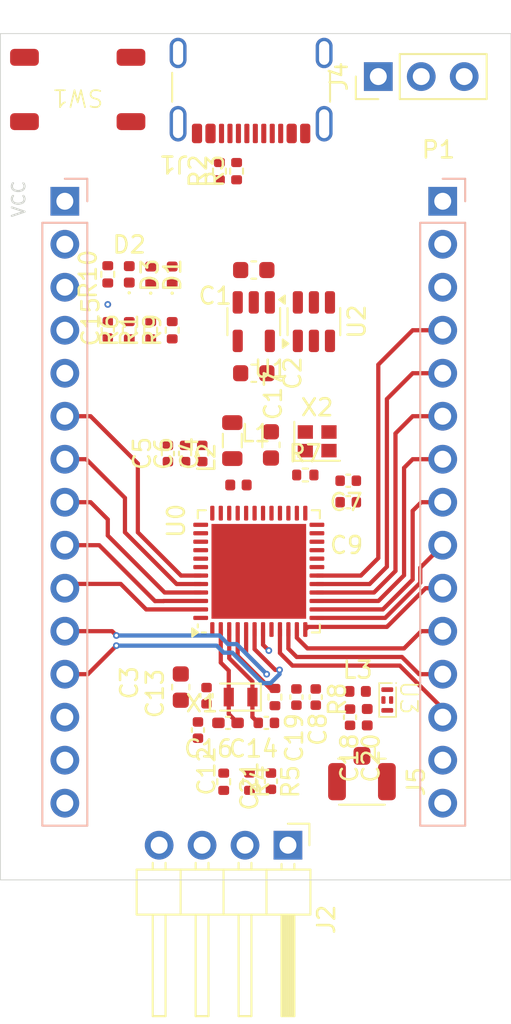
<source format=kicad_pcb>
(kicad_pcb (version 20240108) (generator "pcbnew") (generator_version "8.0")
  (layers (0 "F.Cu" signal) (1 "In1.Cu" signal) (2 "In2.Cu" signal) (31 "B.Cu" signal) (34 "B.Paste" user) (35 "F.Paste" user) (36 "B.SilkS" user "B.Silkscreen") (37 "F.SilkS" user "F.Silkscreen") (38 "B.Mask" user) (39 "F.Mask" user) (44 "Edge.Cuts" user))
  (net 0 "")
  (net 1 "GND")
  (net 2 "+5V")
  (net 3 "+3V3")
  (net 4 "/LOW_OSC_OUT")
  (net 5 "/SWD_RESET")
  (net 6 "/LOW_OSC_IN")
  (net 7 "/VLXSMOS_FEEDBACK")
  (net 8 "/RF")
  (net 9 "/SWD_BOOT")
  (net 10 "/RF_D_MATCH")
  (net 11 "Net-(D1-K)")
  (net 12 "Net-(D2-K)")
  (net 13 "/RF_antena")
  (net 14 "Net-(J1-CC2)")
  (net 15 "Net-(J1-D--PadA7)")
  (net 17 "Net-(J1-D+-PadA6)")
  (net 19 "Net-(J1-CC1)")
  (net 20 "/VLXSMPS_INDUCTOR")
  (net 21 "/VLXSMPS")
  (net 22 "/A2")
  (net 23 "/A3")
  (net 24 "/OSC_OUT")
  (net 25 "Net-(U0-OSC_OUT)")
  (net 26 "/B3")
  (net 28 "/B8")
  (net 30 "/B2")
  (net 32 "/B6")
  (net 33 "/B7")
  (net 34 "/B5")
  (net 35 "/B9")
  (net 36 "/A15")
  (net 37 "/B4")
  (net 38 "/B1")
  (net 39 "/USB_D-")
  (net 40 "/B0")
  (net 41 "/A14")
  (net 42 "/A1")
  (net 43 "/A0")
  (net 44 "/A13")
  (net 45 "/A9")
  (net 46 "/A10")
  (net 47 "/USB_D+")
  (net 48 "/OSC_IN")
  (net 49 "/A7")
  (net 50 "/A6")
  (net 51 "/A5")
  (net 52 "/A4")
  (net 53 "/A8")
  (net 55 "Net-(D3-A)")
  (footprint "LED_SMD:LED_0402_1005Metric" (layer "F.Cu") (at 150.114 76.477 90)
    (property "Reference" "D3" (at -0.025 -1.32 90) (layer "F.SilkS"))
    (property "Value" "LED")
    (pad "1" smd roundrect (at -0.485 0 90) (size 0.59 0.64) (layers "F.Cu" "F.Paste" "F.Mask") (net 1 "GND"))
    (pad "2" smd roundrect (at 0.485 0 90) (size 0.59 0.64) (layers "F.Cu" "F.Paste" "F.Mask") (net 55 "Net-(D3-A)"))
  )
  (footprint "Capacitor_SMD:C_0402_1005Metric" (layer "F.Cu") (at 151.892 87.038 90)
    (property "Reference" "C6" (at 0 -2.286 90) (layer "F.SilkS"))
    (property "Value" "100n")
    (pad "1" smd roundrect (at -0.48 0 90) (size 0.56 0.62) (layers "F.Cu" "F.Paste" "F.Mask") (net 3 "+3V3"))
    (pad "2" smd roundrect (at 0.48 0 90) (size 0.56 0.62) (layers "F.Cu" "F.Paste" "F.Mask") (net 1 "GND"))
  )
  (footprint "Resistor_SMD:R_0402_1005Metric" (layer "F.Cu") (at 146.304 76.454 90)
    (property "Reference" "R10" (at 0 -1.17 90) (layer "F.SilkS"))
    (property "Value" "5kR1")
    (pad "1" smd roundrect (at -0.51 0 90) (size 0.54 0.64) (layers "F.Cu" "F.Paste" "F.Mask") (net 5 "/SWD_RESET"))
    (pad "2" smd roundrect (at 0.51 0 90) (size 0.54 0.64) (layers "F.Cu" "F.Paste" "F.Mask") (net 3 "+3V3"))
  )
  (footprint "Inductor_SMD:L_0402_1005Metric" (layer "F.Cu") (at 161.65 102.617 -90)
    (property "Reference" "C20" (at 2.413 -0.22 90) (layer "F.SilkS"))
    (property "Value" "0p3")
    (pad "1" smd roundrect (at -0.485 0 270) (size 0.59 0.64) (layers "F.Cu" "F.Paste" "F.Mask") (net 10 "/RF_D_MATCH"))
    (pad "2" smd roundrect (at 0.485 0 270) (size 0.59 0.64) (layers "F.Cu" "F.Paste" "F.Mask") (net 1 "GND"))
  )
  (footprint "LED_SMD:LED_0402_1005Metric" (layer "F.Cu") (at 147.574 76.454 90)
    (property "Reference" "D2" (at 1.753 0 360) (layer "F.SilkS"))
    (property "Value" "LED")
    (pad "1" smd roundrect (at -0.485 0 90) (size 0.59 0.64) (layers "F.Cu" "F.Paste" "F.Mask") (net 12 "Net-(D2-K)"))
    (pad "2" smd roundrect (at 0.485 0 90) (size 0.59 0.64) (layers "F.Cu" "F.Paste" "F.Mask") (net 3 "+3V3"))
  )
  (footprint "Capacitor_SMD:C_0402_1005Metric" (layer "F.Cu") (at 155.956 106.398 -90)
    (property "Reference" "C21" (at 0.282 1.27 90) (layer "F.SilkS"))
    (property "Value" "100n")
    (pad "1" smd roundrect (at -0.48 0 270) (size 0.56 0.62) (layers "F.Cu" "F.Paste" "F.Mask") (net 3 "+3V3"))
    (pad "2" smd roundrect (at 0.48 0 270) (size 0.56 0.62) (layers "F.Cu" "F.Paste" "F.Mask") (net 1 "GND"))
  )
  (footprint "Package_TO_SOT_SMD:SOT-23-5" (layer "F.Cu") (at 154.94 79.248 -90)
    (property "Reference" "U1" (at 2.794 -1.016 360) (layer "F.SilkS"))
    (property "Value" "MIC5365-3.3YD5")
    (pad "1" smd roundrect (at -1.1375 -0.95 270) (size 1.325 0.6) (layers "F.Cu" "F.Paste" "F.Mask") (net 2 "+5V"))
    (pad "2" smd roundrect (at -1.1375 0 270) (size 1.325 0.6) (layers "F.Cu" "F.Paste" "F.Mask") (net 1 "GND"))
    (pad "3" smd roundrect (at -1.1375 0.95 270) (size 1.325 0.6) (layers "F.Cu" "F.Paste" "F.Mask") (net 2 "+5V"))
    (pad "4" smd roundrect (at 1.1375 0.95 270) (size 1.325 0.6) (layers "F.Cu" "F.Paste" "F.Mask"))
    (pad "5" smd roundrect (at 1.1375 -0.95 270) (size 1.325 0.6) (layers "F.Cu" "F.Paste" "F.Mask") (net 3 "+3V3"))
  )
  (footprint "Package_TO_SOT_SMD:SOT-23-6" (layer "F.Cu") (at 158.496 79.248 90)
    (property "Reference" "U2" (at 0 2.54 90) (layer "F.SilkS"))
    (property "Value" "USBLC6-2SC6")
    (pad "1" smd roundrect (at -1.1375 -0.95 90) (size 1.325 0.6) (layers "F.Cu" "F.Paste" "F.Mask") (net 15 "Net-(J1-D--PadA7)"))
    (pad "2" smd roundrect (at -1.1375 0 90) (size 1.325 0.6) (layers "F.Cu" "F.Paste" "F.Mask") (net 1 "GND"))
    (pad "3" smd roundrect (at -1.1375 0.95 90) (size 1.325 0.6) (layers "F.Cu" "F.Paste" "F.Mask") (net 17 "Net-(J1-D+-PadA6)"))
    (pad "4" smd roundrect (at 1.1375 0.95 90) (size 1.325 0.6) (layers "F.Cu" "F.Paste" "F.Mask") (net 47 "/USB_D+"))
    (pad "5" smd roundrect (at 1.1375 0 90) (size 1.325 0.6) (layers "F.Cu" "F.Paste" "F.Mask") (net 2 "+5V"))
    (pad "6" smd roundrect (at 1.1375 -0.95 90) (size 1.325 0.6) (layers "F.Cu" "F.Paste" "F.Mask") (net 39 "/USB_D-"))
  )
  (footprint "Resistor_SMD:R_0402_1005Metric" (layer "F.Cu") (at 150.114 79.756 90)
    (property "Reference" "R9" (at 0 -1.17 90) (layer "F.SilkS"))
    (property "Value" "330")
    (pad "1" smd roundrect (at -0.51 0 90) (size 0.54 0.64) (layers "F.Cu" "F.Paste" "F.Mask") (net 9 "/SWD_BOOT"))
    (pad "2" smd roundrect (at 0.51 0 90) (size 0.54 0.64) (layers "F.Cu" "F.Paste" "F.Mask") (net 55 "Net-(D3-A)"))
  )
  (footprint "Capacitor_SMD:C_0603_1608Metric" (layer "F.Cu") (at 155.956 86.53 -90)
    (property "Reference" "C17" (at -2.921 -0.127 90) (layer "F.SilkS"))
    (property "Value" "4u7")
    (pad "1" smd roundrect (at -0.775 0 270) (size 0.9 0.95) (layers "F.Cu" "F.Paste" "F.Mask") (net 7 "/VLXSMOS_FEEDBACK"))
    (pad "2" smd roundrect (at 0.775 0 270) (size 0.9 0.95) (layers "F.Cu" "F.Paste" "F.Mask") (net 1 "GND"))
  )
  (footprint "Resistor_SMD:R_0402_1005Metric" (layer "F.Cu") (at 153.924 70.358 -90)
    (property "Reference" "R3" (at 0 1.27 90) (layer "F.SilkS"))
    (property "Value" "5KR1")
    (pad "1" smd roundrect (at -0.51 0 270) (size 0.54 0.64) (layers "F.Cu" "F.Paste" "F.Mask") (net 19 "Net-(J1-CC1)"))
    (pad "2" smd roundrect (at 0.51 0 270) (size 0.54 0.64) (layers "F.Cu" "F.Paste" "F.Mask") (net 1 "GND"))
  )
  (footprint "Capacitor_SMD:C_0402_1005Metric" (layer "F.Cu") (at 146.304 79.733 -90)
    (property "Reference" "C15" (at -0.48 1.016 90) (layer "F.SilkS"))
    (property "Value" "100n")
    (pad "1" smd roundrect (at -0.48 0 270) (size 0.56 0.62) (layers "F.Cu" "F.Paste" "F.Mask") (net 5 "/SWD_RESET"))
    (pad "2" smd roundrect (at 0.48 0 270) (size 0.56 0.62) (layers "F.Cu" "F.Paste" "F.Mask") (net 1 "GND"))
  )
  (footprint "Resistor_SMD:R_0402_1005Metric" (layer "F.Cu") (at 154.686 106.426 -90)
    (property "Reference" "R5" (at 0 -2.423 90) (layer "F.SilkS"))
    (property "Value" "330")
    (pad "1" smd roundrect (at -0.51 0 270) (size 0.54 0.64) (layers "F.Cu" "F.Paste" "F.Mask") (net 23 "/A3"))
    (pad "2" smd roundrect (at 0.51 0 270) (size 0.54 0.64) (layers "F.Cu" "F.Paste" "F.Mask") (net 23 "/A3"))
  )
  (footprint "Capacitor_SMD:C_0402_1005Metric" (layer "F.Cu") (at 155.684 102.952)
    (property "Reference" "C14" (at -0.762 1.524 0) (layer "F.SilkS"))
    (property "Value" "10p")
    (pad "1" smd roundrect (at -0.48 0) (size 0.56 0.62) (layers "F.Cu" "F.Paste" "F.Mask") (net 4 "/LOW_OSC_OUT"))
    (pad "2" smd roundrect (at 0.48 0) (size 0.56 0.62) (layers "F.Cu" "F.Paste" "F.Mask") (net 1 "GND"))
  )
  (footprint "Capacitor_SMD:C_0402_1005Metric" (layer "F.Cu") (at 150.876 87.038 90)
    (property "Reference" "C5" (at 0 -2.54 90) (layer "F.SilkS"))
    (property "Value" "100n")
    (pad "1" smd roundrect (at -0.48 0 90) (size 0.56 0.62) (layers "F.Cu" "F.Paste" "F.Mask") (net 3 "+3V3"))
    (pad "2" smd roundrect (at 0.48 0 90) (size 0.56 0.62) (layers "F.Cu" "F.Paste" "F.Mask") (net 1 "GND"))
  )
  (footprint "Inductor_SMD:L_0805_2012Metric" (layer "F.Cu") (at 153.67 86.276 90)
    (property "Reference" "L2" (at -1.016 -1.524 90) (layer "F.SilkS"))
    (property "Value" "10u")
    (pad "1" smd roundrect (at -1.0625 0 90) (size 0.875 1.2) (layers "F.Cu" "F.Paste" "F.Mask") (net 20 "/VLXSMPS_INDUCTOR"))
    (pad "2" smd roundrect (at 1.0625 0 90) (size 0.875 1.2) (layers "F.Cu" "F.Paste" "F.Mask") (net 7 "/VLXSMOS_FEEDBACK"))
  )
  (footprint "Resistor_SMD:R_0402_1005Metric" (layer "F.Cu") (at 148.844 79.756 -90)
    (property "Reference" "R1" (at 0 1.27 90) (layer "F.SilkS"))
    (property "Value" "330")
    (pad "1" smd roundrect (at -0.51 0 270) (size 0.54 0.64) (layers "F.Cu" "F.Paste" "F.Mask") (net 11 "Net-(D1-K)"))
    (pad "2" smd roundrect (at 0.51 0 270) (size 0.54 0.64) (layers "F.Cu" "F.Paste" "F.Mask") (net 1 "GND"))
  )
  (footprint "Capacitor_SMD:C_0603_1608Metric" (layer "F.Cu") (at 154.94 82.296 180)
    (property "Reference" "C2" (at -2.299 0 90) (layer "F.SilkS"))
    (property "Value" "4u7")
    (pad "1" smd roundrect (at -0.775 0 180) (size 0.9 0.95) (layers "F.Cu" "F.Paste" "F.Mask") (net 3 "+3V3"))
    (pad "2" smd roundrect (at 0.775 0 180) (size 0.9 0.95) (layers "F.Cu" "F.Paste" "F.Mask") (net 1 "GND"))
  )
  (footprint "Capacitor_SMD:C_0402_1005Metric" (layer "F.Cu") (at 149.86 87.038 90)
    (property "Reference" "C4" (at 0 1.27 90) (layer "F.SilkS"))
    (property "Value" "100n")
    (pad "1" smd roundrect (at -0.48 0 90) (size 0.56 0.62) (layers "F.Cu" "F.Paste" "F.Mask") (net 3 "+3V3"))
    (pad "2" smd roundrect (at 0.48 0 90) (size 0.56 0.62) (layers "F.Cu" "F.Paste" "F.Mask") (net 1 "GND"))
  )
  (footprint "Capacitor_SMD:C_0402_1005Metric" (layer "F.Cu") (at 158.605 101.428 -90)
    (property "Reference" "C8" (at 1.905 -0.127 90) (layer "F.SilkS"))
    (property "Value" "100n")
    (pad "1" smd roundrect (at -0.48 0 270) (size 0.56 0.62) (layers "F.Cu" "F.Paste" "F.Mask") (net 3 "+3V3"))
    (pad "2" smd roundrect (at 0.48 0 270) (size 0.56 0.62) (layers "F.Cu" "F.Paste" "F.Mask") (net 1 "GND"))
  )
  (footprint "Resistor_SMD:R_0402_1005Metric" (layer "F.Cu") (at 147.574 79.756 90)
    (property "Reference" "R6" (at 0 -1.17 90) (layer "F.SilkS"))
    (property "Value" "330")
    (pad "1" smd roundrect (at -0.51 0 90) (size 0.54 0.64) (layers "F.Cu" "F.Paste" "F.Mask") (net 12 "Net-(D2-K)"))
    (pad "2" smd roundrect (at 0.51 0 90) (size 0.54 0.64) (layers "F.Cu" "F.Paste" "F.Mask") (net 5 "/SWD_RESET"))
  )
  (footprint "Capacitor_SMD:C_0603_1608Metric" (layer "F.Cu") (at 150.622 100.838 -90)
    (property "Reference" "C3" (at -0.254 3.048 90) (layer "F.SilkS"))
    (property "Value" "4u7")
    (pad "1" smd roundrect (at -0.775 0 270) (size 0.9 0.95) (layers "F.Cu" "F.Paste" "F.Mask") (net 3 "+3V3"))
    (pad "2" smd roundrect (at 0.775 0 270) (size 0.9 0.95) (layers "F.Cu" "F.Paste" "F.Mask") (net 1 "GND"))
  )
  (footprint "Package_DFN_QFN:QFN-48-1EP_7x7mm_P0.5mm_EP5.6x5.6mm" (layer "F.Cu") (at 155.238 94 90)
    (property "Reference" "U0" (at 2.986 -4.888 90) (layer "F.SilkS"))
    (property "Value" "STM32WB55CEUx")
    (pad "1" smd roundrect (at -3.4375 -2.75 90) (size 0.875 0.25) (layers "F.Cu" "F.Paste" "F.Mask") (net 3 "+3V3"))
    (pad "2" smd roundrect (at -3.4375 -2.25 90) (size 0.875 0.25) (layers "F.Cu" "F.Paste" "F.Mask") (net 6 "/LOW_OSC_IN"))
    (pad "3" smd roundrect (at -3.4375 -1.75 90) (size 0.875 0.25) (layers "F.Cu" "F.Paste" "F.Mask") (net 4 "/LOW_OSC_OUT"))
    (pad "4" smd roundrect (at -3.4375 -1.25 90) (size 0.875 0.25) (layers "F.Cu" "F.Paste" "F.Mask") (net 9 "/SWD_BOOT"))
    (pad "5" smd roundrect (at -3.4375 -0.75 90) (size 0.875 0.25) (layers "F.Cu" "F.Paste" "F.Mask") (net 28 "/B8"))
    (pad "6" smd roundrect (at -3.4375 -0.25 90) (size 0.875 0.25) (layers "F.Cu" "F.Paste" "F.Mask") (net 35 "/B9"))
    (pad "7" smd roundrect (at -3.4375 0.25 90) (size 0.875 0.25) (layers "F.Cu" "F.Paste" "F.Mask") (net 5 "/SWD_RESET"))
    (pad "8" smd roundrect (at -3.4375 0.75 90) (size 0.875 0.25) (layers "F.Cu" "F.Paste" "F.Mask") (net 3 "+3V3"))
    (pad "9" smd roundrect (at -3.4375 1.25 90) (size 0.875 0.25) (layers "F.Cu" "F.Paste" "F.Mask") (net 43 "/A0"))
    (pad "10" smd roundrect (at -3.4375 1.75 90) (size 0.875 0.25) (layers "F.Cu" "F.Paste" "F.Mask") (net 42 "/A1"))
    (pad "11" smd roundrect (at -3.4375 2.25 90) (size 0.875 0.25) (layers "F.Cu" "F.Paste" "F.Mask") (net 22 "/A2"))
    (pad "12" smd roundrect (at -3.4375 2.75 90) (size 0.875 0.25) (layers "F.Cu" "F.Paste" "F.Mask") (net 23 "/A3"))
    (pad "13" smd roundrect (at -2.75 3.4375 90) (size 0.25 0.875) (layers "F.Cu" "F.Paste" "F.Mask") (net 52 "/A4"))
    (pad "14" smd roundrect (at -2.25 3.4375 90) (size 0.25 0.875) (layers "F.Cu" "F.Paste" "F.Mask") (net 51 "/A5"))
    (pad "15" smd roundrect (at -1.75 3.4375 90) (size 0.25 0.875) (layers "F.Cu" "F.Paste" "F.Mask") (net 50 "/A6"))
    (pad "16" smd roundrect (at -1.25 3.4375 90) (size 0.25 0.875) (layers "F.Cu" "F.Paste" "F.Mask") (net 49 "/A7"))
    (pad "17" smd roundrect (at -0.75 3.4375 90) (size 0.25 0.875) (layers "F.Cu" "F.Paste" "F.Mask") (net 53 "/A8"))
    (pad "18" smd roundrect (at -0.25 3.4375 90) (size 0.25 0.875) (layers "F.Cu" "F.Paste" "F.Mask") (net 45 "/A9"))
    (pad "19" smd roundrect (at 0.25 3.4375 90) (size 0.25 0.875) (layers "F.Cu" "F.Paste" "F.Mask") (net 30 "/B2"))
    (pad "20" smd roundrect (at 0.75 3.4375 90) (size 0.25 0.875) (layers "F.Cu" "F.Paste" "F.Mask") (net 3 "+3V3"))
    (pad "21" smd roundrect (at 1.25 3.4375 90) (size 0.25 0.875) (layers "F.Cu" "F.Paste" "F.Mask") (net 8 "/RF"))
    (pad "22" smd roundrect (at 1.75 3.4375 90) (size 0.25 0.875) (layers "F.Cu" "F.Paste" "F.Mask") (net 1 "GND"))
    (pad "23" smd roundrect (at 2.25 3.4375 90) (size 0.25 0.875) (layers "F.Cu" "F.Paste" "F.Mask") (net 3 "+3V3"))
    (pad "24" smd roundrect (at 2.75 3.4375 90) (size 0.25 0.875) (layers "F.Cu" "F.Paste" "F.Mask") (net 25 "Net-(U0-OSC_OUT)"))
    (pad "25" smd roundrect (at 3.4375 2.75 90) (size 0.875 0.25) (layers "F.Cu" "F.Paste" "F.Mask") (net 48 "/OSC_IN"))
    (pad "26" smd roundrect (at 3.4375 2.25 90) (size 0.875 0.25) (layers "F.Cu" "F.Paste" "F.Mask"))
    (pad "27" smd roundrect (at 3.4375 1.75 90) (size 0.875 0.25) (layers "F.Cu" "F.Paste" "F.Mask"))
    (pad "28" smd roundrect (at 3.4375 1.25 90) (size 0.875 0.25) (layers "F.Cu" "F.Paste" "F.Mask") (net 40 "/B0"))
    (pad "29" smd roundrect (at 3.4375 0.75 90) (size 0.875 0.25) (layers "F.Cu" "F.Paste" "F.Mask") (net 38 "/B1"))
    (pad "30" smd roundrect (at 3.4375 0.25 90) (size 0.875 0.25) (layers "F.Cu" "F.Paste" "F.Mask"))
    (pad "31" smd roundrect (at 3.4375 -0.25 90) (size 0.875 0.25) (layers "F.Cu" "F.Paste" "F.Mask") (net 7 "/VLXSMOS_FEEDBACK"))
    (pad "32" smd roundrect (at 3.4375 -0.75 90) (size 0.875 0.25) (layers "F.Cu" "F.Paste" "F.Mask") (net 1 "GND"))
    (pad "33" smd roundrect (at 3.4375 -1.25 90) (size 0.875 0.25) (layers "F.Cu" "F.Paste" "F.Mask") (net 21 "/VLXSMPS"))
    (pad "34" smd roundrect (at 3.4375 -1.75 90) (size 0.875 0.25) (layers "F.Cu" "F.Paste" "F.Mask") (net 3 "+3V3"))
    (pad "35" smd roundrect (at 3.4375 -2.25 90) (size 0.875 0.25) (layers "F.Cu" "F.Paste" "F.Mask") (net 3 "+3V3"))
    (pad "36" smd roundrect (at 3.4375 -2.75 90) (size 0.875 0.25) (layers "F.Cu" "F.Paste" "F.Mask") (net 46 "/A10"))
    (pad "37" smd roundrect (at 2.75 -3.4375 90) (size 0.25 0.875) (layers "F.Cu" "F.Paste" "F.Mask") (net 39 "/USB_D-"))
    (pad "38" smd roundrect (at 2.25 -3.4375 90) (size 0.25 0.875) (layers "F.Cu" "F.Paste" "F.Mask") (net 47 "/USB_D+"))
    (pad "39" smd roundrect (at 1.75 -3.4375 90) (size 0.25 0.875) (layers "F.Cu" "F.Paste" "F.Mask") (net 44 "/A13"))
    (pad "40" smd roundrect (at 1.25 -3.4375 90) (size 0.25 0.875) (layers "F.Cu" "F.Paste" "F.Mask") (net 3 "+3V3"))
    (pad "41" smd roundrect (at 0.75 -3.4375 90) (size 0.25 0.875) (layers "F.Cu" "F.Paste" "F.Mask") (net 41 "/A14"))
    (pad "42" smd roundrect (at 0.25 -3.4375 90) (size 0.25 0.875) (layers "F.Cu" "F.Paste" "F.Mask") (net 36 "/A15"))
    (pad "43" smd roundrect (at -0.25 -3.4375 90) (size 0.25 0.875) (layers "F.Cu" "F.Paste" "F.Mask") (net 26 "/B3"))
    (pad "44" smd roundrect (at -0.75 -3.4375 90) (size 0.25 0.875) (layers "F.Cu" "F.Paste" "F.Mask") (net 37 "/B4"))
    (pad "45" smd roundrect (at -1.25 -3.4375 90) (size 0.25 0.875) (layers "F.Cu" "F.Paste" "F.Mask") (net 34 "/B5"))
    (pad "46" smd roundrect (at -1.75 -3.4375 90) (size 0.25 0.875) (layers "F.Cu" "F.Paste" "F.Mask") (net 32 "/B6"))
    (pad "47" smd roundrect (at -2.25 -3.4375 90) (size 0.25 0.875) (layers "F.Cu" "F.Paste" "F.Mask") (net 33 "/B7"))
    (pad "48" smd roundrect (at -2.75 -3.4375 90) (size 0.25 0.875) (layers "F.Cu" "F.Paste" "F.Mask") (net 3 "+3V3"))
    (pad "49" smd rect (at 0 0 90) (size 5.6 5.6) (property pad_prop_heatsink) (layers "F.Cu" "F.Mask") (net 1 "GND"))
  )
  (footprint "Capacitor_SMD:C_0402_1005Metric" (layer "F.Cu") (at 160.528 88.646)
    (property "Reference" "C7" (at -0.127 1.27 0) (layer "F.SilkS"))
    (property "Value" "100n")
    (pad "1" smd roundrect (at -0.48 0) (size 0.56 0.62) (layers "F.Cu" "F.Paste" "F.Mask") (net 3 "+3V3"))
    (pad "2" smd roundrect (at 0.48 0) (size 0.56 0.62) (layers "F.Cu" "F.Paste" "F.Mask") (net 1 "GND"))
  )
  (footprint "Capacitor_SMD:C_0402_1005Metric" (layer "F.Cu") (at 151.638 103.378 -90)
    (property "Reference" "C12" (at 2.413 -0.508 90) (layer "F.SilkS"))
    (property "Value" "100n")
    (pad "1" smd roundrect (at -0.48 0 270) (size 0.56 0.62) (layers "F.Cu" "F.Paste" "F.Mask") (net 3 "+3V3"))
    (pad "2" smd roundrect (at 0.48 0 270) (size 0.56 0.62) (layers "F.Cu" "F.Paste" "F.Mask") (net 1 "GND"))
  )
  (footprint "Resistor_SMD:R_0402_1005Metric" (layer "F.Cu") (at 157.988 88.308 180)
    (property "Reference" "R7" (at 0 1.27 360) (layer "F.SilkS"))
    (property "Value" "330")
    (pad "1" smd roundrect (at -0.51 0 180) (size 0.54 0.64) (layers "F.Cu" "F.Paste" "F.Mask") (net 25 "Net-(U0-OSC_OUT)"))
    (pad "2" smd roundrect (at 0.51 0 180) (size 0.54 0.64) (layers "F.Cu" "F.Paste" "F.Mask") (net 24 "/OSC_OUT"))
  )
  (footprint "Capacitor_SMD:C_0402_1005Metric" (layer "F.Cu") (at 160.528 89.916)
    (property "Reference" "C9" (at -0.099 2.54 0) (layer "F.SilkS"))
    (property "Value" "100n")
    (pad "1" smd roundrect (at -0.48 0) (size 0.56 0.62) (layers "F.Cu" "F.Paste" "F.Mask") (net 3 "+3V3"))
    (pad "2" smd roundrect (at 0.48 0) (size 0.56 0.62) (layers "F.Cu" "F.Paste" "F.Mask") (net 1 "GND"))
  )
  (footprint "Capacitor_SMD:C_0402_1005Metric" (layer "F.Cu") (at 160.634 102.617 -90)
    (property "Reference" "C18" (at 2.413 0.034 90) (layer "F.SilkS"))
    (property "Value" "0p8")
    (pad "1" smd roundrect (at -0.48 0 270) (size 0.56 0.62) (layers "F.Cu" "F.Paste" "F.Mask") (net 8 "/RF"))
    (pad "2" smd roundrect (at 0.48 0 270) (size 0.56 0.62) (layers "F.Cu" "F.Paste" "F.Mask") (net 1 "GND"))
  )
  (footprint "Capacitor_SMD:C_0603_1608Metric" (layer "F.Cu") (at 154.94 76.2 180)
    (property "Reference" "C1" (at 2.286 -1.524 360) (layer "F.SilkS"))
    (property "Value" "4u7")
    (pad "1" smd roundrect (at -0.775 0 180) (size 0.9 0.95) (layers "F.Cu" "F.Paste" "F.Mask") (net 2 "+5V"))
    (pad "2" smd roundrect (at 0.775 0 180) (size 0.9 0.95) (layers "F.Cu" "F.Paste" "F.Mask") (net 1 "GND"))
  )
  (footprint "Connector_Coaxial:U.FL_Hirose_U.FL-R-SMT-1_Vertical" (layer "F.Cu") (at 161.339 105.951 -90)
    (property "Reference" "J5" (at 0.475 -3.2 90) (layer "F.SilkS"))
    (property "Value" "Conn_Coaxial")
    (pad "1" smd roundrect (at -1.05 0 270) (size 1.05 1) (layers "F.Cu" "F.Paste" "F.Mask") (net 13 "/RF_antena"))
    (pad "2" smd roundrect (at 0.475 -1.475 270) (size 2.2 1.05) (layers "F.Cu" "F.Paste" "F.Mask") (roundrect_rratio 0.2380952381) (net 1 "GND"))
    (pad "2" smd roundrect (at 0.475 1.475 270) (size 2.2 1.05) (layers "F.Cu" "F.Paste" "F.Mask") (roundrect_rratio 0.2380952381) (net 1 "GND"))
  )
  (footprint "Inductor_SMD:L_0402_1005Metric" (layer "F.Cu") (at 154.033 88.898)
    (property "Reference" "L1" (at 1.016 -3.048 180) (layer "F.SilkS"))
    (property "Value" "10n")
    (pad "1" smd roundrect (at -0.485 0) (size 0.59 0.64) (layers "F.Cu" "F.Paste" "F.Mask") (net 21 "/VLXSMPS"))
    (pad "2" smd roundrect (at 0.485 0) (size 0.59 0.64) (layers "F.Cu" "F.Paste" "F.Mask") (net 20 "/VLXSMPS_INDUCTOR"))
  )
  (footprint "Inductor_SMD:L_0402_1005Metric" (layer "F.Cu") (at 161.085 101.093)
    (property "Reference" "L3" (at 0 -1.27 0) (layer "F.SilkS"))
    (property "Value" "2n7")
    (pad "1" smd roundrect (at -0.485 0) (size 0.59 0.64) (layers "F.Cu" "F.Paste" "F.Mask") (net 8 "/RF"))
    (pad "2" smd roundrect (at 0.485 0) (size 0.59 0.64) (layers "F.Cu" "F.Paste" "F.Mask") (net 10 "/RF_D_MATCH"))
  )
  (footprint "LED_SMD:LED_0402_1005Metric" (layer "F.Cu") (at 148.844 76.477 90)
    (property "Reference" "D1" (at -0.025 1.284 90) (layer "F.SilkS"))
    (property "Value" "LED")
    (pad "1" smd roundrect (at -0.485 0 90) (size 0.59 0.64) (layers "F.Cu" "F.Paste" "F.Mask") (net 11 "Net-(D1-K)"))
    (pad "2" smd roundrect (at 0.485 0 90) (size 0.59 0.64) (layers "F.Cu" "F.Paste" "F.Mask") (net 3 "+3V3"))
  )
  (footprint "Resistor_SMD:R_0402_1005Metric" (layer "F.Cu") (at 156.192 101.428 90)
    (property "Reference" "R8" (at -0.127 3.683 -90) (layer "F.SilkS"))
    (property "Value" "5kR1")
    (pad "1" smd roundrect (at -0.51 0 90) (size 0.54 0.64) (layers "F.Cu" "F.Paste" "F.Mask") (net 1 "GND"))
    (pad "2" smd roundrect (at 0.51 0 90) (size 0.54 0.64) (layers "F.Cu" "F.Paste" "F.Mask") (net 9 "/SWD_BOOT"))
  )
  (footprint "Resistor_SMD:R_0402_1005Metric" (layer "F.Cu") (at 152.908 70.358 -90)
    (property "Reference" "R2" (at 0 1.27 90) (layer "F.SilkS"))
    (property "Value" "5KR1")
    (pad "1" smd roundrect (at -0.51 0 270) (size 0.54 0.64) (layers "F.Cu" "F.Paste" "F.Mask") (net 14 "Net-(J1-CC2)"))
    (pad "2" smd roundrect (at 0.51 0 270) (size 0.54 0.64) (layers "F.Cu" "F.Paste" "F.Mask") (net 1 "GND"))
  )
  (footprint "Resistor_SMD:R_0402_1005Metric" (layer "F.Cu") (at 153.162 106.43 -90)
    (property "Reference" "R4" (at -0.002 -2.169 90) (layer "F.SilkS"))
    (property "Value" "330")
    (pad "1" smd roundrect (at -0.51 0 270) (size 0.54 0.64) (layers "F.Cu" "F.Paste" "F.Mask") (net 22 "/A2"))
    (pad "2" smd roundrect (at 0.51 0 270) (size 0.54 0.64) (layers "F.Cu" "F.Paste" "F.Mask") (net 22 "/A2"))
  )
  (footprint "Crystal:Crystal_SMD_2012-2Pin_2.0x1.2mm" (layer "F.Cu") (at 154.16 101.428 180)
    (property "Reference" "X1" (at 2.286 -0.381 0) (layer "F.SilkS"))
    (property "Value" "32kHz768")
    (pad "1" smd rect (at -0.7 0 180) (size 0.6 1.1) (layers "F.Cu" "F.Paste" "F.Mask") (net 4 "/LOW_OSC_OUT"))
    (pad "2" smd rect (at 0.7 0 180) (size 0.6 1.1) (layers "F.Cu" "F.Paste" "F.Mask") (net 6 "/LOW_OSC_IN"))
  )
  (footprint "Capacitor_SMD:C_0402_1005Metric" (layer "F.Cu") (at 157.462 101.428 -90)
    (property "Reference" "C19" (at 2.413 0.127 90) (layer "F.SilkS"))
    (property "Value" "100n")
    (pad "1" smd roundrect (at -0.48 0 270) (size 0.56 0.62) (layers "F.Cu" "F.Paste" "F.Mask") (net 9 "/SWD_BOOT"))
    (pad "2" smd roundrect (at 0.48 0 270) (size 0.56 0.62) (layers "F.Cu" "F.Paste" "F.Mask") (net 1 "GND"))
  )
  (footprint "MY_PCB_library:TS18-5-25-SL-260-SMT-TR" (layer "F.Cu") (at 144.526 65.532 180)
    (property "Reference" "SW1" (at 0 -0.5 180) (layer "F.SilkS") (effects (font (thickness 0.1))))
    (property "Value" "SW_MEC_5E")
    (pad "1" smd roundrect (at -3.15 -1.9 180) (size 1.7 1) (layers "F.Cu" "F.Paste" "F.Mask") (net 5 "/SWD_RESET"))
    (pad "2" smd roundrect (at 3.15 -1.9 180) (size 1.7 1) (layers "F.Cu" "F.Paste" "F.Mask") (net 5 "/SWD_RESET"))
    (pad "3" smd roundrect (at -3.15 1.9 180) (size 1.7 1) (layers "F.Cu" "F.Paste" "F.Mask") (net 1 "GND"))
    (pad "4" smd roundrect (at 3.15 1.9 180) (size 1.7 1) (layers "F.Cu" "F.Paste" "F.Mask") (net 1 "GND"))
  )
  (footprint "Crystal:Crystal_SMD_2016-4Pin_2.0x1.6mm" (layer "F.Cu") (at 158.688 86.318)
    (property "Reference" "X2" (at 0 -2 0) (layer "F.SilkS"))
    (property "Value" "32MHz")
    (pad "1" smd rect (at -0.7 0.55) (size 0.9 0.8) (layers "F.Cu" "F.Paste" "F.Mask") (net 48 "/OSC_IN"))
    (pad "2" smd rect (at 0.7 0.55) (size 0.9 0.8) (layers "F.Cu" "F.Paste" "F.Mask") (net 1 "GND"))
    (pad "3" smd rect (at 0.7 -0.55) (size 0.9 0.8) (layers "F.Cu" "F.Paste" "F.Mask") (net 24 "/OSC_OUT"))
    (pad "4" smd rect (at -0.7 -0.55) (size 0.9 0.8) (layers "F.Cu" "F.Paste" "F.Mask") (net 1 "GND"))
  )
  (footprint "Capacitor_SMD:C_0402_1005Metric" (layer "F.Cu") (at 152.146 101.346 90)
    (property "Reference" "C13" (at 0.127 -3.048 90) (layer "F.SilkS"))
    (property "Value" "100n")
    (pad "1" smd roundrect (at -0.48 0 90) (size 0.56 0.62) (layers "F.Cu" "F.Paste" "F.Mask") (net 1 "GND"))
    (pad "2" smd roundrect (at 0.48 0 90) (size 0.56 0.62) (layers "F.Cu" "F.Paste" "F.Mask") (net 3 "+3V3"))
  )
  (footprint "MY_PCB_library:DLF162500LT-5028A1" (layer "F.Cu") (at 162.609 101.601 -90)
    (property "Reference" "U3" (at -0.1385 -1.4975 -90) (layer "F.SilkS") (effects (font (thickness 0.1))))
    (property "Value" "DLF162500LT-5028A1")
    (pad "1" smd roundrect (at -0.6125 -0.2275 270) (size 0.275 0.7) (layers "F.Cu" "F.Paste" "F.Mask") (net 10 "/RF_D_MATCH"))
    (pad "2" smd roundrect (at 0 0 180) (size 0.245 0.45) (layers "F.Cu" "F.Paste" "F.Mask") (net 1 "GND"))
    (pad "3" smd roundrect (at 0.6125 -0.2275 270) (size 0.275 0.7) (layers "F.Cu" "F.Paste" "F.Mask") (net 13 "/RF_antena"))
    (pad "4" smd roundrect (at 0 -0.455 180) (size 0.245 0.45) (layers "F.Cu" "F.Paste" "F.Mask") (net 1 "GND"))
  )
  (footprint "Connector_PinHeader_2.54mm:PinHeader_1x04_P2.54mm_Horizontal" (layer "F.Cu") (at 156.962 110.179 -90)
    (property "Reference" "J2" (at 4.385 -2.27 90) (layer "F.SilkS"))
    (property "Value" "Conn_01x04_Pin")
    (pad "1" thru_hole rect (at 0 0 270) (size 1.7 1.7) (drill 1) (layers "*.Cu" "*.Mask") (net 1 "GND"))
    (pad "2" thru_hole oval (at 0 2.54 270) (size 1.7 1.7) (drill 1) (layers "*.Cu" "*.Mask") (net 23 "/A3"))
    (pad "3" thru_hole oval (at 0 5.08 270) (size 1.7 1.7) (drill 1) (layers "*.Cu" "*.Mask") (net 22 "/A2"))
    (pad "4" thru_hole oval (at 0 7.62 270) (size 1.7 1.7) (drill 1) (layers "*.Cu" "*.Mask") (net 3 "+3V3"))
  )
  (footprint "Connector_USB:USB_C_Receptacle_GCT_USB4105-xx-A_16P_TopMnt_Horizontal" (layer "F.Cu") (at 154.782 64.451 180)
    (property "Reference" "J1" (at 4.57 -5.5 180) (layer "F.SilkS"))
    (property "Value" "USB_C_Receptacle_USB2.0_16P")
    (pad "" np_thru_hole circle (at -2.89 -2.605 180) (size 0.65 0.65) (drill 0.65) (layers "F&B.Cu" "*.Mask"))
    (pad "" np_thru_hole circle (at 2.89 -2.605 180) (size 0.65 0.65) (drill 0.65) (layers "F&B.Cu" "*.Mask"))
    (pad "A1" smd roundrect (at -3.2 -3.68 180) (size 0.6 1.15) (layers "F.Cu" "F.Paste" "F.Mask") (net 1 "GND"))
    (pad "A4" smd roundrect (at -2.4 -3.68 180) (size 0.6 1.15) (layers "F.Cu" "F.Paste" "F.Mask") (net 2 "+5V"))
    (pad "A5" smd roundrect (at -1.25 -3.68 180) (size 0.3 1.15) (layers "F.Cu" "F.Paste" "F.Mask") (net 19 "Net-(J1-CC1)"))
    (pad "A6" smd roundrect (at -0.25 -3.68 180) (size 0.3 1.15) (layers "F.Cu" "F.Paste" "F.Mask") (net 17 "Net-(J1-D+-PadA6)"))
    (pad "A7" smd roundrect (at 0.25 -3.68 180) (size 0.3 1.15) (layers "F.Cu" "F.Paste" "F.Mask") (net 15 "Net-(J1-D--PadA7)"))
    (pad "A8" smd roundrect (at 1.25 -3.68 180) (size 0.3 1.15) (layers "F.Cu" "F.Paste" "F.Mask"))
    (pad "A9" smd roundrect (at 2.4 -3.68 180) (size 0.6 1.15) (layers "F.Cu" "F.Paste" "F.Mask") (net 2 "+5V"))
    (pad "A12" smd roundrect (at 3.2 -3.68 180) (size 0.6 1.15) (layers "F.Cu" "F.Paste" "F.Mask") (net 1 "GND"))
    (pad "B1" smd roundrect (at 3.2 -3.68 180) (size 0.6 1.15) (layers "F.Cu" "F.Paste" "F.Mask") (net 1 "GND"))
    (pad "B4" smd roundrect (at 2.4 -3.68 180) (size 0.6 1.15) (layers "F.Cu" "F.Paste" "F.Mask") (net 2 "+5V"))
    (pad "B5" smd roundrect (at 1.75 -3.68 180) (size 0.3 1.15) (layers "F.Cu" "F.Paste" "F.Mask") (net 14 "Net-(J1-CC2)"))
    (pad "B6" smd roundrect (at 0.75 -3.68 180) (size 0.3 1.15) (layers "F.Cu" "F.Paste" "F.Mask") (net 17 "Net-(J1-D+-PadA6)"))
    (pad "B7" smd roundrect (at -0.75 -3.68 180) (size 0.3 1.15) (layers "F.Cu" "F.Paste" "F.Mask") (net 15 "Net-(J1-D--PadA7)"))
    (pad "B8" smd roundrect (at -1.75 -3.68 180) (size 0.3 1.15) (layers "F.Cu" "F.Paste" "F.Mask"))
    (pad "B9" smd roundrect (at -2.4 -3.68 180) (size 0.6 1.15) (layers "F.Cu" "F.Paste" "F.Mask") (net 2 "+5V"))
    (pad "B12" smd roundrect (at -3.2 -3.68 180) (size 0.6 1.15) (layers "F.Cu" "F.Paste" "F.Mask") (net 1 "GND"))
    (pad "S1" thru_hole oval (at -4.32 -3.105 180) (size 1 2.1) (drill oval 0.6 1.7) (layers "*.Cu" "*.Mask" "F.Paste") (net 1 "GND"))
    (pad "S1" thru_hole oval (at -4.32 1.075 180) (size 1 1.8) (drill oval 0.6 1.4) (layers "*.Cu" "*.Mask" "F.Paste") (net 1 "GND"))
    (pad "S1" thru_hole oval (at 4.32 -3.105 180) (size 1 2.1) (drill oval 0.6 1.7) (layers "*.Cu" "*.Mask" "F.Paste") (net 1 "GND"))
    (pad "S1" thru_hole oval (at 4.32 1.075 180) (size 1 1.8) (drill oval 0.6 1.4) (layers "*.Cu" "*.Mask" "F.Paste") (net 1 "GND"))
  )
  (footprint "Connector_PinHeader_2.54mm:PinHeader_1x03_P2.54mm_Vertical" (layer "F.Cu") (at 162.306 64.77 90)
    (property "Reference" "J4" (at 0 -2.33 90) (layer "F.SilkS"))
    (property "Value" "Conn_01x03")
    (pad "1" thru_hole rect (at 0 0 90) (size 1.7 1.7) (drill 1) (layers "*.Cu" "*.Mask") (net 3 "+3V3"))
    (pad "2" thru_hole oval (at 0 2.54 90) (size 1.7 1.7) (drill 1) (layers "*.Cu" "*.Mask") (net 9 "/SWD_BOOT"))
    (pad "3" thru_hole oval (at 0 5.08 90) (size 1.7 1.7) (drill 1) (layers "*.Cu" "*.Mask") (net 1 "GND"))
  )
  (footprint "Capacitor_SMD:C_0402_1005Metric_Pad0.74x0.62mm_HandSolder" (layer "F.Cu") (at 153.416 102.952 180)
    (property "Reference" "C16" (at 1.143 -1.524 0) (layer "F.SilkS"))
    (property "Value" "10p")
    (pad "1" smd roundrect (at -0.5675 0 180) (size 0.735 0.62) (layers "F.Cu" "F.Paste" "F.Mask") (net 6 "/LOW_OSC_IN"))
    (pad "2" smd roundrect (at 0.5675 0 180) (size 0.735 0.62) (layers "F.Cu" "F.Paste" "F.Mask") (net 1 "GND"))
  )
  (footprint "Connector_PinHeader_2.54mm:PinHeader_1x15_P2.54mm_Vertical" (layer "B.Cu") (at 143.764 72.136 180)
    (property "Reference" "P0" (hide yes))
    (property "Value" "Conn_01x15_Pin" (hide yes))
    (pad "1" thru_hole rect (at 0 0 180) (size 1.7 1.7) (drill 1) (layers "*.Cu" "*.Mask") (net 2 "+5V"))
    (pad "2" thru_hole oval (at 0 -2.54 180) (size 1.7 1.7) (drill 1) (layers "*.Cu" "*.Mask") (net 1 "GND"))
    (pad "3" thru_hole oval (at 0 -5.08 180) (size 1.7 1.7) (drill 1) (layers "*.Cu" "*.Mask") (net 40 "/B0"))
    (pad "4" thru_hole oval (at 0 -7.62 180) (size 1.7 1.7) (drill 1) (layers "*.Cu" "*.Mask") (net 38 "/B1"))
    (pad "5" thru_hole oval (at 0 -10.16 180) (size 1.7 1.7) (drill 1) (layers "*.Cu" "*.Mask") (net 30 "/B2"))
    (pad "6" thru_hole oval (at 0 -12.7 180) (size 1.7 1.7) (drill 1) (layers "*.Cu" "*.Mask") (net 26 "/B3"))
    (pad "7" thru_hole oval (at 0 -15.24 180) (size 1.7 1.7) (drill 1) (layers "*.Cu" "*.Mask") (net 37 "/B4"))
    (pad "8" thru_hole oval (at 0 -17.78 180) (size 1.7 1.7) (drill 1) (layers "*.Cu" "*.Mask") (net 34 "/B5"))
    (pad "9" thru_hole oval (at 0 -20.32 180) (size 1.7 1.7) (drill 1) (layers "*.Cu" "*.Mask") (net 32 "/B6"))
    (pad "10" thru_hole oval (at 0 -22.86 180) (size 1.7 1.7) (drill 1) (layers "*.Cu" "*.Mask") (net 33 "/B7"))
    (pad "11" thru_hole oval (at 0 -25.4 180) (size 1.7 1.7) (drill 1) (layers "*.Cu" "*.Mask") (net 28 "/B8"))
    (pad "12" thru_hole oval (at 0 -27.94 180) (size 1.7 1.7) (drill 1) (layers "*.Cu" "*.Mask") (net 35 "/B9"))
    (pad "13" thru_hole oval (at 0 -30.48 180) (size 1.7 1.7) (drill 1) (layers "*.Cu" "*.Mask") (net 36 "/A15"))
    (pad "14" thru_hole oval (at 0 -33.02 180) (size 1.7 1.7) (drill 1) (layers "*.Cu" "*.Mask") (net 41 "/A14"))
    (pad "15" thru_hole oval (at 0 -35.56 180) (size 1.7 1.7) (drill 1) (layers "*.Cu" "*.Mask") (net 1 "GND"))
  )
  (footprint "Connector_PinHeader_2.54mm:PinHeader_1x15_P2.54mm_Vertical" (layer "B.Cu") (at 166.116 72.136 180)
    (property "Reference" "P1" (at 0.254 3.048 360) (layer "F.SilkS"))
    (property "Value" "Conn_01x15_Pin" (hide yes))
    (pad "1" thru_hole rect (at 0 0 180) (size 1.7 1.7) (drill 1) (layers "*.Cu" "*.Mask") (net 3 "+3V3"))
    (pad "2" thru_hole oval (at 0 -2.54 180) (size 1.7 1.7) (drill 1) (layers "*.Cu" "*.Mask") (net 44 "/A13"))
    (pad "3" thru_hole oval (at 0 -5.08 180) (size 1.7 1.7) (drill 1) (layers "*.Cu" "*.Mask") (net 46 "/A10"))
    (pad "4" thru_hole oval (at 0 -7.62 180) (size 1.7 1.7) (drill 1) (layers "*.Cu" "*.Mask") (net 45 "/A9"))
    (pad "5" thru_hole oval (at 0 -10.16 180) (size 1.7 1.7) (drill 1) (layers "*.Cu" "*.Mask") (net 53 "/A8"))
    (pad "6" thru_hole oval (at 0 -12.7 180) (size 1.7 1.7) (drill 1) (layers "*.Cu" "*.Mask") (net 49 "/A7"))
    (pad "7" thru_hole oval (at 0 -15.24 180) (size 1.7 1.7) (drill 1) (layers "*.Cu" "*.Mask") (net 50 "/A6"))
    (pad "8" thru_hole oval (at 0 -17.78 180) (size 1.7 1.7) (drill 1) (layers "*.Cu" "*.Mask") (net 51 "/A5"))
    (pad "9" thru_hole oval (at 0 -20.32 180) (size 1.7 1.7) (drill 1) (layers "*.Cu" "*.Mask") (net 52 "/A4"))
    (pad "10" thru_hole oval (at 0 -22.86 180) (size 1.7 1.7) (drill 1) (layers "*.Cu" "*.Mask") (net 23 "/A3"))
    (pad "11" thru_hole oval (at 0 -25.4 180) (size 1.7 1.7) (drill 1) (layers "*.Cu" "*.Mask") (net 22 "/A2"))
    (pad "12" thru_hole oval (at 0 -27.94 180) (size 1.7 1.7) (drill 1) (layers "*.Cu" "*.Mask") (net 42 "/A1"))
    (pad "13" thru_hole oval (at 0 -30.48 180) (size 1.7 1.7) (drill 1) (layers "*.Cu" "*.Mask") (net 43 "/A0"))
    (pad "14" thru_hole oval (at 0 -33.02 180) (size 1.7 1.7) (drill 1) (layers "*.Cu" "*.Mask") (net 3 "+3V3"))
    (pad "15" thru_hole oval (at 0 -35.56 180) (size 1.7 1.7) (drill 1) (layers "*.Cu" "*.Mask") (net 1 "GND"))
  )
  (gr_rect (start 139.954 62.23) (end 170.150962 112.23) (stroke (width 0.05)) (fill none) (layer "Edge.Cuts"))
  (gr_text "VCC" (at 141.478 73.152 90) (layer "Edge.Cuts") (effects (font (size 0.75 0.75) (thickness 0.125)) (justify left bottom)))
  (segment (start 151.7885 92.738) (end 151.8005 92.75) (width 0.2) (layer "F.Cu") (net 3))
  (segment (start 158.605 100.948) (end 158.50326 100.948) (width 0.25) (layer "F.Cu") (net 3))
  (segment (start 154.86 101.428) (end 154.86 102.608) (width 0.25) (layer "F.Cu") (net 4))
  (segment (start 153.488 99.132) (end 154.86 100.504) (width 0.25) (layer "F.Cu") (net 4))
  (segment (start 154.86 102.608) (end 155.204 102.952) (width 0.25) (layer "F.Cu") (net 4))
  (segment (start 153.488 97.4375) (end 153.488 99.132) (width 0.25) (layer "F.Cu") (net 4))
  (segment (start 154.86 100.504) (end 154.86 101.428) (width 0.25) (layer "F.Cu") (net 4))
  (segment (start 155.829 98.679) (end 155.488 98.338) (width 0.25) (layer "F.Cu") (net 5))
  (segment (start 155.488 98.338) (end 155.488 97.4375) (width 0.25) (layer "F.Cu") (net 5))
  (via (at 146.304 78.232) (size 0.4) (drill 0.2) (layers "F.Cu" "B.Cu") (net 5))
  (via (at 155.829 98.679) (size 0.4) (drill 0.2) (layers "F.Cu" "B.Cu") (net 5))
  (segment (start 153.46 101.428) (end 153.46 102.4285) (width 0.25) (layer "F.Cu") (net 6))
  (segment (start 152.988 97.4375) (end 152.988 99.394) (width 0.25) (layer "F.Cu") (net 6))
  (segment (start 153.46 102.4285) (end 153.9835 102.952) (width 0.25) (layer "F.Cu") (net 6))
  (segment (start 152.988 99.394) (end 153.46 99.866) (width 0.25) (layer "F.Cu") (net 6))
  (segment (start 153.46 99.866) (end 153.46 101.428) (width 0.25) (layer "F.Cu") (net 6))
  (segment (start 153.988 97.4375) (end 153.988 98.995604) (width 0.25) (layer "F.Cu") (net 9))
  (segment (start 153.988 98.995604) (end 155.910396 100.918) (width 0.25) (layer "F.Cu") (net 9))
  (segment (start 155.910396 100.918) (end 156.192 100.918) (width 0.25) (layer "F.Cu") (net 9))
  (segment (start 166.116 97.536) (end 164.846 97.536) (width 0.25) (layer "F.Cu") (net 22))
  (segment (start 157.488 97.92474) (end 157.488 97.4375) (width 0.25) (layer "F.Cu") (net 22))
  (segment (start 164.846 97.536) (end 163.83 98.552) (width 0.25) (layer "F.Cu") (net 22))
  (segment (start 158.11526 98.552) (end 157.488 97.92474) (width 0.25) (layer "F.Cu") (net 22))
  (segment (start 163.83 98.552) (end 158.11526 98.552) (width 0.25) (layer "F.Cu") (net 22))
  (segment (start 162.898792 97.2) (end 165.102792 94.996) (width 0.25) (layer "F.Cu") (net 23))
  (segment (start 158.1435 97.282) (end 162.814 97.282) (width 0.25) (layer "F.Cu") (net 23))
  (segment (start 165.102792 94.996) (end 166.116 94.996) (width 0.25) (layer "F.Cu") (net 23))
  (segment (start 157.988 97.4375) (end 158.1435 97.282) (width 0.25) (layer "F.Cu") (net 23))
  (segment (start 162.896 97.2) (end 162.898792 97.2) (width 0.25) (layer "F.Cu") (net 23))
  (segment (start 162.814 97.282) (end 162.896 97.2) (width 0.25) (layer "F.Cu") (net 23))
  (segment (start 148.082 87.63) (end 145.288 84.836) (width 0.25) (layer "F.Cu") (net 26))
  (segment (start 150.638 94.25) (end 148.082 91.694) (width 0.25) (layer "F.Cu") (net 26))
  (segment (start 145.288 84.836) (end 143.764 84.836) (width 0.25) (layer "F.Cu") (net 26))
  (segment (start 151.8005 94.25) (end 150.638 94.25) (width 0.25) (layer "F.Cu") (net 26))
  (segment (start 148.082 91.694) (end 148.082 87.63) (width 0.25) (layer "F.Cu") (net 26))
  (segment (start 154.488 98.859208) (end 155.703396 100.074604) (width 0.25) (layer "F.Cu") (net 28))
  (segment (start 154.488 97.4375) (end 154.488 98.859208) (width 0.25) (layer "F.Cu") (net 28))
  (segment (start 146.558 97.536) (end 143.764 97.536) (width 0.25) (layer "F.Cu") (net 28))
  (segment (start 146.812 97.79) (end 146.558 97.536) (width 0.25) (layer "F.Cu") (net 28))
  (via (at 155.702 100.076) (size 0.4) (drill 0.2) (layers "F.Cu" "B.Cu") (net 28))
  (via (at 146.812 97.79) (size 0.4) (drill 0.2) (layers "F.Cu" "B.Cu") (net 28))
  (segment (start 155.702 100.076) (end 153.924 98.298) (width 0.25) (layer "B.Cu") (net 28))
  (segment (start 152.908 97.79) (end 146.812 97.79) (width 0.25) (layer "B.Cu") (net 28))
  (segment (start 153.416 98.298) (end 152.908 97.79) (width 0.25) (layer "B.Cu") (net 28))
  (segment (start 153.924 98.298) (end 153.416 98.298) (width 0.25) (layer "B.Cu") (net 28))
  (segment (start 145.796 92.456) (end 143.764 92.456) (width 0.25) (layer "F.Cu") (net 32))
  (segment (start 151.8005 95.75) (end 149.614 95.75) (width 0.25) (layer "F.Cu") (net 32))
  (segment (start 149.098 95.758) (end 145.796 92.456) (width 0.25) (layer "F.Cu") (net 32))
  (segment (start 149.614 95.75) (end 149.606 95.758) (width 0.25) (layer "F.Cu") (net 32))
  (segment (start 149.606 95.758) (end 149.098 95.758) (width 0.25) (layer "F.Cu") (net 32))
  (segment (start 151.8005 96.25) (end 148.574 96.25) (width 0.25) (layer "F.Cu") (net 33))
  (segment (start 147.066 94.742) (end 144.018 94.742) (width 0.25) (layer "F.Cu") (net 33))
  (segment (start 144.018 94.742) (end 143.764 94.996) (width 0.25) (layer "F.Cu") (net 33))
  (segment (start 148.574 96.25) (end 147.066 94.742) (width 0.25) (layer "F.Cu") (net 33))
  (segment (start 143.764 89.916) (end 145.288 89.916) (width 0.25) (layer "F.Cu") (net 34))
  (segment (start 146.304 90.932) (end 146.304 91.885198) (width 0.25) (layer "F.Cu") (net 34))
  (segment (start 145.288 89.916) (end 146.304 90.932) (width 0.25) (layer "F.Cu") (net 34))
  (segment (start 146.304 91.885198) (end 149.668802 95.25) (width 0.25) (layer "F.Cu") (net 34))
  (segment (start 149.668802 95.25) (end 151.8005 95.25) (width 0.25) (layer "F.Cu") (net 34))
  (segment (start 154.988 98.6) (end 156.21 99.822) (width 0.25) (layer "F.Cu") (net 35))
  (segment (start 146.812 98.390003) (end 145.126003 100.076) (width 0.25) (layer "F.Cu") (net 35))
  (segment (start 145.126003 100.076) (end 143.764 100.076) (width 0.25) (layer "F.Cu") (net 35))
  (segment (start 154.988 97.4375) (end 154.988 98.6) (width 0.25) (layer "F.Cu") (net 35))
  (segment (start 156.21 99.822) (end 156.464 99.822) (width 0.25) (layer "F.Cu") (net 35))
  (via (at 156.464 99.822) (size 0.4) (drill 0.2) (layers "F.Cu" "B.Cu") (net 35))
  (via (at 146.812 98.390003) (size 0.4) (drill 0.2) (layers "F.Cu" "B.Cu") (net 35))
  (segment (start 155.465 100.601) (end 153.67 98.806) (width 0.25) (layer "B.Cu") (net 35))
  (segment (start 156.464 99.822) (end 156.464 100.076) (width 0.25) (layer "B.Cu") (net 35))
  (segment (start 153.67 98.806) (end 153.162 98.806) (width 0.25) (layer "B.Cu") (net 35))
  (segment (start 156.464 100.076) (end 155.939 100.601) (width 0.25) (layer "B.Cu") (net 35))
  (segment (start 152.746003 98.390003) (end 146.812 98.390003) (width 0.25) (layer "B.Cu") (net 35))
  (segment (start 155.939 100.601) (end 155.465 100.601) (width 0.25) (layer "B.Cu") (net 35))
  (segment (start 153.162 98.806) (end 152.746003 98.390003) (width 0.25) (layer "B.Cu") (net 35))
  (segment (start 147.32 89.662) (end 147.32 91.694) (width 0.25) (layer "F.Cu") (net 37))
  (segment (start 147.32 91.694) (end 150.376 94.75) (width 0.25) (layer "F.Cu") (net 37))
  (segment (start 150.376 94.75) (end 151.8005 94.75) (width 0.25) (layer "F.Cu") (net 37))
  (segment (start 145.034 87.376) (end 147.32 89.662) (width 0.25) (layer "F.Cu") (net 37))
  (segment (start 143.764 87.376) (end 145.034 87.376) (width 0.25) (layer "F.Cu") (net 37))
  (segment (start 156.988 98.568) (end 157.48 99.06) (width 0.25) (layer "F.Cu") (net 42))
  (segment (start 164.720396 100.076) (end 166.116 100.076) (width 0.25) (layer "F.Cu") (net 42))
  (segment (start 156.988 97.4375) (end 156.988 98.568) (width 0.25) (layer "F.Cu") (net 42))
  (segment (start 163.704396 99.06) (end 164.720396 100.076) (width 0.25) (layer "F.Cu") (net 42))
  (segment (start 157.48 99.06) (end 163.704396 99.06) (width 0.25) (layer "F.Cu") (net 42))
  (segment (start 166.116 102.108) (end 166.116 102.616) (width 0.25) (layer "F.Cu") (net 43))
  (segment (start 156.488 97.4375) (end 156.488 98.83) (width 0.25) (layer "F.Cu") (net 43))
  (segment (start 157.226 99.568) (end 163.576 99.568) (width 0.25) (layer "F.Cu") (net 43))
  (segment (start 156.488 98.83) (end 157.226 99.568) (width 0.25) (layer "F.Cu") (net 43))
  (segment (start 163.576 99.568) (end 166.116 102.108) (width 0.25) (layer "F.Cu") (net 43))
  (segment (start 161.274 94.25) (end 158.6755 94.25) (width 0.25) (layer "F.Cu") (net 45))
  (segment (start 162.306 81.788) (end 162.306 93.218) (width 0.25) (layer "F.Cu") (net 45))
  (segment (start 162.306 93.218) (end 161.274 94.25) (width 0.25) (layer "F.Cu") (net 45))
  (segment (start 164.338 79.756) (end 162.306 81.788) (width 0.25) (layer "F.Cu") (net 45))
  (segment (start 166.116 79.756) (end 164.338 79.756) (width 0.25) (layer "F.Cu") (net 45))
  (segment (start 163.322 93.98) (end 163.322 85.852) (width 0.25) (layer "F.Cu") (net 49))
  (segment (start 164.338 84.836) (end 166.116 84.836) (width 0.25) (layer "F.Cu") (net 49))
  (segment (start 162.052 95.25) (end 163.322 93.98) (width 0.25) (layer "F.Cu") (net 49))
  (segment (start 158.6755 95.25) (end 162.052 95.25) (width 0.25) (layer "F.Cu") (net 49))
  (segment (start 163.322 85.852) (end 164.338 84.836) (width 0.25) (layer "F.Cu") (net 49))
  (segment (start 162.314 95.75) (end 158.6755 95.75) (width 0.25) (layer "F.Cu") (net 50))
  (segment (start 164.338 87.376) (end 163.83 87.884) (width 0.25) (layer "F.Cu") (net 50))
  (segment (start 163.83 94.234) (end 162.314 95.75) (width 0.25) (layer "F.Cu") (net 50))
  (segment (start 163.83 87.884) (end 163.83 94.234) (width 0.25) (layer "F.Cu") (net 50))
  (segment (start 166.116 87.376) (end 164.338 87.376) (width 0.25) (layer "F.Cu") (net 50))
  (segment (start 164.338 90.424) (end 164.338 94.488) (width 0.25) (layer "F.Cu") (net 51))
  (segment (start 164.846 89.916) (end 164.338 90.424) (width 0.25) (layer "F.Cu") (net 51))
  (segment (start 164.338 94.488) (end 162.576 96.25) (width 0.25) (layer "F.Cu") (net 51))
  (segment (start 166.116 89.916) (end 164.846 89.916) (width 0.25) (layer "F.Cu") (net 51))
  (segment (start 162.576 96.25) (end 158.6755 96.25) (width 0.25) (layer "F.Cu") (net 51))
  (segment (start 164.788 94.674396) (end 164.788 93.784) (width 0.25) (layer "F.Cu") (net 52))
  (segment (start 162.712396 96.75) (end 164.788 94.674396) (width 0.25) (layer "F.Cu") (net 52))
  (segment (start 158.6755 96.75) (end 162.712396 96.75) (width 0.25) (layer "F.Cu") (net 52))
  (segment (start 164.788 93.784) (end 166.116 92.456) (width 0.25) (layer "F.Cu") (net 52))
  (segment (start 162.814 83.82) (end 164.338 82.296) (width 0.25) (layer "F.Cu") (net 53))
  (segment (start 162.814 93.726) (end 162.814 83.82) (width 0.25) (layer "F.Cu") (net 53))
  (segment (start 161.79 94.75) (end 162.814 93.726) (width 0.25) (layer "F.Cu") (net 53))
  (segment (start 158.6755 94.75) (end 161.79 94.75) (width 0.25) (layer "F.Cu") (net 53))
  (segment (start 164.338 82.296) (end 166.116 82.296) (width 0.25) (layer "F.Cu") (net 53))
)
</source>
